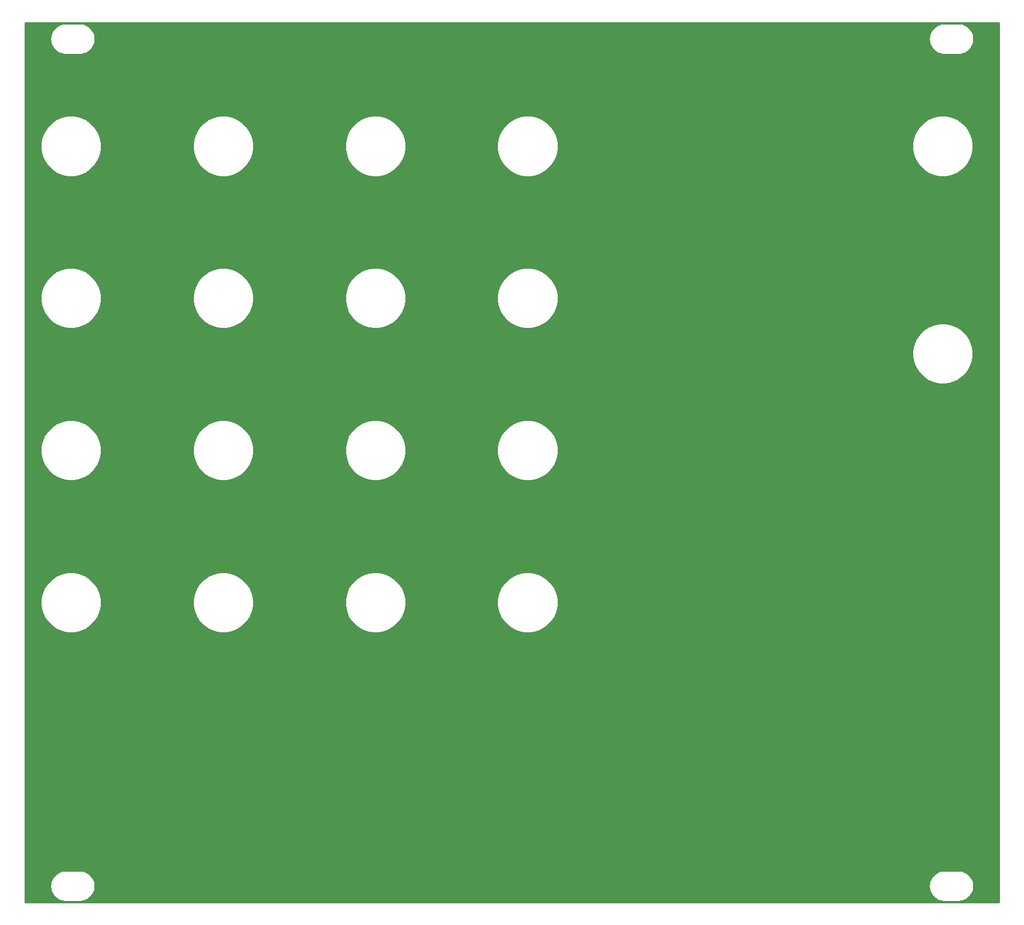
<source format=gbr>
G04 #@! TF.GenerationSoftware,KiCad,Pcbnew,(5.1.5-0)*
G04 #@! TF.CreationDate,2021-01-20T17:00:23-08:00*
G04 #@! TF.ProjectId,bindubba,62696e64-7562-4626-912e-6b696361645f,rev?*
G04 #@! TF.SameCoordinates,Original*
G04 #@! TF.FileFunction,Copper,L2,Bot*
G04 #@! TF.FilePolarity,Positive*
%FSLAX46Y46*%
G04 Gerber Fmt 4.6, Leading zero omitted, Abs format (unit mm)*
G04 Created by KiCad (PCBNEW (5.1.5-0)) date 2021-01-20 17:00:23*
%MOMM*%
%LPD*%
G04 APERTURE LIST*
%ADD10C,6.100000*%
%ADD11C,3.100000*%
%ADD12C,0.254000*%
G04 APERTURE END LIST*
D10*
X133250000Y-109000000D03*
D11*
X18250000Y-84500000D03*
X84250000Y-84500000D03*
X40250000Y-84500000D03*
X62250000Y-84500000D03*
X18250000Y-62500000D03*
X84250000Y-62500000D03*
X40250000Y-62500000D03*
X62250000Y-62500000D03*
X62250000Y-40500000D03*
X84250000Y-40500000D03*
X40250000Y-40500000D03*
X18250000Y-40500000D03*
X84250000Y-18500000D03*
X62250000Y-18500000D03*
X40250000Y-18500000D03*
X18250000Y-18500000D03*
D10*
X133250000Y-85000000D03*
X133250000Y-97000000D03*
X133250000Y-63000000D03*
X133250000Y-33000000D03*
X114750000Y-61000000D03*
X114750000Y-37000000D03*
X114750000Y-49000000D03*
X114750000Y-25000000D03*
X114750000Y-109000000D03*
X114750000Y-73000000D03*
X114750000Y-97000000D03*
X114750000Y-85000000D03*
X96750000Y-109000000D03*
X96750000Y-85000000D03*
X96750000Y-97000000D03*
X96750000Y-73000000D03*
X96750000Y-61000000D03*
X96750000Y-49000000D03*
X96750000Y-37000000D03*
X96750000Y-25000000D03*
X29250000Y-112250000D03*
X51250000Y-112250000D03*
X73250000Y-112250000D03*
X7250000Y-112250000D03*
X73250000Y-102250000D03*
X7250000Y-102250000D03*
X51250000Y-102250000D03*
X29250000Y-102250000D03*
D12*
G36*
X141340001Y-127840000D02*
G01*
X660000Y-127840000D01*
X660000Y-125451353D01*
X4242755Y-125451353D01*
X4243173Y-125511171D01*
X4242755Y-125570988D01*
X4243655Y-125580160D01*
X4276296Y-125890715D01*
X4288320Y-125949291D01*
X4299532Y-126008070D01*
X4302196Y-126016892D01*
X4394535Y-126315192D01*
X4417715Y-126370335D01*
X4440124Y-126425800D01*
X4444451Y-126433937D01*
X4592972Y-126708621D01*
X4626417Y-126758205D01*
X4659177Y-126808268D01*
X4665001Y-126815409D01*
X4864047Y-127056013D01*
X4906482Y-127098154D01*
X4948346Y-127140903D01*
X4955446Y-127146777D01*
X5197435Y-127344138D01*
X5247259Y-127377241D01*
X5296615Y-127411036D01*
X5304721Y-127415419D01*
X5580435Y-127562019D01*
X5635704Y-127584799D01*
X5690724Y-127608381D01*
X5699527Y-127611105D01*
X5998465Y-127701359D01*
X6057138Y-127712976D01*
X6115655Y-127725415D01*
X6124820Y-127726378D01*
X6435594Y-127756850D01*
X6435598Y-127756850D01*
X6467581Y-127760000D01*
X8532419Y-127760000D01*
X8565986Y-127756694D01*
X8586744Y-127756694D01*
X8595909Y-127755731D01*
X8906228Y-127720923D01*
X8964731Y-127708487D01*
X9023419Y-127696867D01*
X9032222Y-127694142D01*
X9329870Y-127599723D01*
X9384792Y-127576183D01*
X9440159Y-127553363D01*
X9448265Y-127548979D01*
X9721904Y-127398544D01*
X9771217Y-127364779D01*
X9821088Y-127331645D01*
X9828188Y-127325770D01*
X10067397Y-127125049D01*
X10109241Y-127082320D01*
X10151694Y-127040162D01*
X10157519Y-127033020D01*
X10353185Y-126789660D01*
X10385938Y-126739608D01*
X10419391Y-126690013D01*
X10423714Y-126681881D01*
X10423717Y-126681877D01*
X10423719Y-126681873D01*
X10568388Y-126405146D01*
X10590785Y-126349711D01*
X10613978Y-126294539D01*
X10616641Y-126285717D01*
X10704807Y-125986156D01*
X10716007Y-125927440D01*
X10728045Y-125868798D01*
X10728944Y-125859627D01*
X10757245Y-125548647D01*
X10756827Y-125488830D01*
X10757088Y-125451353D01*
X131242755Y-125451353D01*
X131243173Y-125511171D01*
X131242755Y-125570988D01*
X131243655Y-125580160D01*
X131276296Y-125890715D01*
X131288320Y-125949291D01*
X131299532Y-126008070D01*
X131302196Y-126016892D01*
X131394535Y-126315192D01*
X131417715Y-126370335D01*
X131440124Y-126425800D01*
X131444451Y-126433937D01*
X131592972Y-126708621D01*
X131626417Y-126758205D01*
X131659177Y-126808268D01*
X131665001Y-126815409D01*
X131864047Y-127056013D01*
X131906482Y-127098154D01*
X131948346Y-127140903D01*
X131955446Y-127146777D01*
X132197435Y-127344138D01*
X132247259Y-127377241D01*
X132296615Y-127411036D01*
X132304721Y-127415419D01*
X132580435Y-127562019D01*
X132635704Y-127584799D01*
X132690724Y-127608381D01*
X132699527Y-127611105D01*
X132998465Y-127701359D01*
X133057138Y-127712976D01*
X133115655Y-127725415D01*
X133124820Y-127726378D01*
X133435594Y-127756850D01*
X133435598Y-127756850D01*
X133467581Y-127760000D01*
X135532419Y-127760000D01*
X135565986Y-127756694D01*
X135586744Y-127756694D01*
X135595909Y-127755731D01*
X135906228Y-127720923D01*
X135964731Y-127708487D01*
X136023419Y-127696867D01*
X136032222Y-127694142D01*
X136329870Y-127599723D01*
X136384792Y-127576183D01*
X136440159Y-127553363D01*
X136448265Y-127548979D01*
X136721904Y-127398544D01*
X136771217Y-127364779D01*
X136821088Y-127331645D01*
X136828188Y-127325770D01*
X137067397Y-127125049D01*
X137109241Y-127082320D01*
X137151694Y-127040162D01*
X137157519Y-127033020D01*
X137353185Y-126789660D01*
X137385938Y-126739608D01*
X137419391Y-126690013D01*
X137423714Y-126681881D01*
X137423717Y-126681877D01*
X137423719Y-126681873D01*
X137568388Y-126405146D01*
X137590785Y-126349711D01*
X137613978Y-126294539D01*
X137616641Y-126285717D01*
X137704807Y-125986156D01*
X137716007Y-125927440D01*
X137728045Y-125868798D01*
X137728944Y-125859627D01*
X137757245Y-125548647D01*
X137756827Y-125488829D01*
X137757245Y-125429012D01*
X137756345Y-125419841D01*
X137723704Y-125109285D01*
X137711680Y-125050709D01*
X137700468Y-124991930D01*
X137697804Y-124983108D01*
X137605465Y-124684808D01*
X137582280Y-124629653D01*
X137559876Y-124574200D01*
X137555549Y-124566064D01*
X137555549Y-124566063D01*
X137555546Y-124566059D01*
X137407028Y-124291379D01*
X137373583Y-124241795D01*
X137340823Y-124191732D01*
X137334999Y-124184591D01*
X137135954Y-123943987D01*
X137093535Y-123901863D01*
X137051655Y-123859097D01*
X137044554Y-123853223D01*
X136802565Y-123655862D01*
X136752741Y-123622759D01*
X136703385Y-123588964D01*
X136695279Y-123584581D01*
X136419566Y-123437981D01*
X136364269Y-123415189D01*
X136309275Y-123391619D01*
X136300472Y-123388895D01*
X136001535Y-123298641D01*
X135942862Y-123287024D01*
X135884345Y-123274585D01*
X135875180Y-123273622D01*
X135564405Y-123243150D01*
X135564402Y-123243150D01*
X135532419Y-123240000D01*
X133467581Y-123240000D01*
X133434014Y-123243306D01*
X133413256Y-123243306D01*
X133404091Y-123244269D01*
X133093771Y-123279077D01*
X133035298Y-123291506D01*
X132976581Y-123303132D01*
X132967778Y-123305858D01*
X132670130Y-123400277D01*
X132615147Y-123423843D01*
X132559841Y-123446638D01*
X132551735Y-123451021D01*
X132278095Y-123601456D01*
X132228748Y-123635245D01*
X132178913Y-123668355D01*
X132171812Y-123674229D01*
X131932603Y-123874951D01*
X131890759Y-123917681D01*
X131848305Y-123959839D01*
X131842481Y-123966980D01*
X131646814Y-124210340D01*
X131614055Y-124260400D01*
X131580609Y-124309986D01*
X131576283Y-124318123D01*
X131431612Y-124594854D01*
X131409215Y-124650289D01*
X131386022Y-124705461D01*
X131383359Y-124714283D01*
X131295193Y-125013844D01*
X131283993Y-125072560D01*
X131271955Y-125131202D01*
X131271056Y-125140373D01*
X131242755Y-125451353D01*
X10757088Y-125451353D01*
X10757245Y-125429012D01*
X10756345Y-125419841D01*
X10723704Y-125109285D01*
X10711680Y-125050709D01*
X10700468Y-124991930D01*
X10697804Y-124983108D01*
X10605465Y-124684808D01*
X10582280Y-124629653D01*
X10559876Y-124574200D01*
X10555549Y-124566064D01*
X10555549Y-124566063D01*
X10555546Y-124566059D01*
X10407028Y-124291379D01*
X10373583Y-124241795D01*
X10340823Y-124191732D01*
X10334999Y-124184591D01*
X10135954Y-123943987D01*
X10093535Y-123901863D01*
X10051655Y-123859097D01*
X10044554Y-123853223D01*
X9802565Y-123655862D01*
X9752741Y-123622759D01*
X9703385Y-123588964D01*
X9695279Y-123584581D01*
X9419566Y-123437981D01*
X9364269Y-123415189D01*
X9309275Y-123391619D01*
X9300472Y-123388895D01*
X9001535Y-123298641D01*
X8942862Y-123287024D01*
X8884345Y-123274585D01*
X8875180Y-123273622D01*
X8564405Y-123243150D01*
X8564402Y-123243150D01*
X8532419Y-123240000D01*
X6467581Y-123240000D01*
X6434014Y-123243306D01*
X6413256Y-123243306D01*
X6404091Y-123244269D01*
X6093771Y-123279077D01*
X6035298Y-123291506D01*
X5976581Y-123303132D01*
X5967778Y-123305858D01*
X5670130Y-123400277D01*
X5615147Y-123423843D01*
X5559841Y-123446638D01*
X5551735Y-123451021D01*
X5278095Y-123601456D01*
X5228748Y-123635245D01*
X5178913Y-123668355D01*
X5171812Y-123674229D01*
X4932603Y-123874951D01*
X4890759Y-123917681D01*
X4848305Y-123959839D01*
X4842481Y-123966980D01*
X4646814Y-124210340D01*
X4614055Y-124260400D01*
X4580609Y-124309986D01*
X4576283Y-124318123D01*
X4431612Y-124594854D01*
X4409215Y-124650289D01*
X4386022Y-124705461D01*
X4383359Y-124714283D01*
X4295193Y-125013844D01*
X4283993Y-125072560D01*
X4271955Y-125131202D01*
X4271056Y-125140373D01*
X4242755Y-125451353D01*
X660000Y-125451353D01*
X660000Y-84065784D01*
X2841332Y-84065784D01*
X2841332Y-84934216D01*
X3010754Y-85785961D01*
X3343089Y-86588288D01*
X3825564Y-87310362D01*
X4439638Y-87924436D01*
X5161712Y-88406911D01*
X5964039Y-88739246D01*
X6815784Y-88908668D01*
X7684216Y-88908668D01*
X8535961Y-88739246D01*
X9338288Y-88406911D01*
X10060362Y-87924436D01*
X10674436Y-87310362D01*
X11156911Y-86588288D01*
X11489246Y-85785961D01*
X11658668Y-84934216D01*
X11658668Y-84065784D01*
X24841332Y-84065784D01*
X24841332Y-84934216D01*
X25010754Y-85785961D01*
X25343089Y-86588288D01*
X25825564Y-87310362D01*
X26439638Y-87924436D01*
X27161712Y-88406911D01*
X27964039Y-88739246D01*
X28815784Y-88908668D01*
X29684216Y-88908668D01*
X30535961Y-88739246D01*
X31338288Y-88406911D01*
X32060362Y-87924436D01*
X32674436Y-87310362D01*
X33156911Y-86588288D01*
X33489246Y-85785961D01*
X33658668Y-84934216D01*
X33658668Y-84065784D01*
X46841332Y-84065784D01*
X46841332Y-84934216D01*
X47010754Y-85785961D01*
X47343089Y-86588288D01*
X47825564Y-87310362D01*
X48439638Y-87924436D01*
X49161712Y-88406911D01*
X49964039Y-88739246D01*
X50815784Y-88908668D01*
X51684216Y-88908668D01*
X52535961Y-88739246D01*
X53338288Y-88406911D01*
X54060362Y-87924436D01*
X54674436Y-87310362D01*
X55156911Y-86588288D01*
X55489246Y-85785961D01*
X55658668Y-84934216D01*
X55658668Y-84065784D01*
X68841332Y-84065784D01*
X68841332Y-84934216D01*
X69010754Y-85785961D01*
X69343089Y-86588288D01*
X69825564Y-87310362D01*
X70439638Y-87924436D01*
X71161712Y-88406911D01*
X71964039Y-88739246D01*
X72815784Y-88908668D01*
X73684216Y-88908668D01*
X74535961Y-88739246D01*
X75338288Y-88406911D01*
X76060362Y-87924436D01*
X76674436Y-87310362D01*
X77156911Y-86588288D01*
X77489246Y-85785961D01*
X77658668Y-84934216D01*
X77658668Y-84065784D01*
X77489246Y-83214039D01*
X77156911Y-82411712D01*
X76674436Y-81689638D01*
X76060362Y-81075564D01*
X75338288Y-80593089D01*
X74535961Y-80260754D01*
X73684216Y-80091332D01*
X72815784Y-80091332D01*
X71964039Y-80260754D01*
X71161712Y-80593089D01*
X70439638Y-81075564D01*
X69825564Y-81689638D01*
X69343089Y-82411712D01*
X69010754Y-83214039D01*
X68841332Y-84065784D01*
X55658668Y-84065784D01*
X55489246Y-83214039D01*
X55156911Y-82411712D01*
X54674436Y-81689638D01*
X54060362Y-81075564D01*
X53338288Y-80593089D01*
X52535961Y-80260754D01*
X51684216Y-80091332D01*
X50815784Y-80091332D01*
X49964039Y-80260754D01*
X49161712Y-80593089D01*
X48439638Y-81075564D01*
X47825564Y-81689638D01*
X47343089Y-82411712D01*
X47010754Y-83214039D01*
X46841332Y-84065784D01*
X33658668Y-84065784D01*
X33489246Y-83214039D01*
X33156911Y-82411712D01*
X32674436Y-81689638D01*
X32060362Y-81075564D01*
X31338288Y-80593089D01*
X30535961Y-80260754D01*
X29684216Y-80091332D01*
X28815784Y-80091332D01*
X27964039Y-80260754D01*
X27161712Y-80593089D01*
X26439638Y-81075564D01*
X25825564Y-81689638D01*
X25343089Y-82411712D01*
X25010754Y-83214039D01*
X24841332Y-84065784D01*
X11658668Y-84065784D01*
X11489246Y-83214039D01*
X11156911Y-82411712D01*
X10674436Y-81689638D01*
X10060362Y-81075564D01*
X9338288Y-80593089D01*
X8535961Y-80260754D01*
X7684216Y-80091332D01*
X6815784Y-80091332D01*
X5964039Y-80260754D01*
X5161712Y-80593089D01*
X4439638Y-81075564D01*
X3825564Y-81689638D01*
X3343089Y-82411712D01*
X3010754Y-83214039D01*
X2841332Y-84065784D01*
X660000Y-84065784D01*
X660000Y-62065784D01*
X2841332Y-62065784D01*
X2841332Y-62934216D01*
X3010754Y-63785961D01*
X3343089Y-64588288D01*
X3825564Y-65310362D01*
X4439638Y-65924436D01*
X5161712Y-66406911D01*
X5964039Y-66739246D01*
X6815784Y-66908668D01*
X7684216Y-66908668D01*
X8535961Y-66739246D01*
X9338288Y-66406911D01*
X10060362Y-65924436D01*
X10674436Y-65310362D01*
X11156911Y-64588288D01*
X11489246Y-63785961D01*
X11658668Y-62934216D01*
X11658668Y-62065784D01*
X24841332Y-62065784D01*
X24841332Y-62934216D01*
X25010754Y-63785961D01*
X25343089Y-64588288D01*
X25825564Y-65310362D01*
X26439638Y-65924436D01*
X27161712Y-66406911D01*
X27964039Y-66739246D01*
X28815784Y-66908668D01*
X29684216Y-66908668D01*
X30535961Y-66739246D01*
X31338288Y-66406911D01*
X32060362Y-65924436D01*
X32674436Y-65310362D01*
X33156911Y-64588288D01*
X33489246Y-63785961D01*
X33658668Y-62934216D01*
X33658668Y-62065784D01*
X46841332Y-62065784D01*
X46841332Y-62934216D01*
X47010754Y-63785961D01*
X47343089Y-64588288D01*
X47825564Y-65310362D01*
X48439638Y-65924436D01*
X49161712Y-66406911D01*
X49964039Y-66739246D01*
X50815784Y-66908668D01*
X51684216Y-66908668D01*
X52535961Y-66739246D01*
X53338288Y-66406911D01*
X54060362Y-65924436D01*
X54674436Y-65310362D01*
X55156911Y-64588288D01*
X55489246Y-63785961D01*
X55658668Y-62934216D01*
X55658668Y-62065784D01*
X68841332Y-62065784D01*
X68841332Y-62934216D01*
X69010754Y-63785961D01*
X69343089Y-64588288D01*
X69825564Y-65310362D01*
X70439638Y-65924436D01*
X71161712Y-66406911D01*
X71964039Y-66739246D01*
X72815784Y-66908668D01*
X73684216Y-66908668D01*
X74535961Y-66739246D01*
X75338288Y-66406911D01*
X76060362Y-65924436D01*
X76674436Y-65310362D01*
X77156911Y-64588288D01*
X77489246Y-63785961D01*
X77658668Y-62934216D01*
X77658668Y-62065784D01*
X77489246Y-61214039D01*
X77156911Y-60411712D01*
X76674436Y-59689638D01*
X76060362Y-59075564D01*
X75338288Y-58593089D01*
X74535961Y-58260754D01*
X73684216Y-58091332D01*
X72815784Y-58091332D01*
X71964039Y-58260754D01*
X71161712Y-58593089D01*
X70439638Y-59075564D01*
X69825564Y-59689638D01*
X69343089Y-60411712D01*
X69010754Y-61214039D01*
X68841332Y-62065784D01*
X55658668Y-62065784D01*
X55489246Y-61214039D01*
X55156911Y-60411712D01*
X54674436Y-59689638D01*
X54060362Y-59075564D01*
X53338288Y-58593089D01*
X52535961Y-58260754D01*
X51684216Y-58091332D01*
X50815784Y-58091332D01*
X49964039Y-58260754D01*
X49161712Y-58593089D01*
X48439638Y-59075564D01*
X47825564Y-59689638D01*
X47343089Y-60411712D01*
X47010754Y-61214039D01*
X46841332Y-62065784D01*
X33658668Y-62065784D01*
X33489246Y-61214039D01*
X33156911Y-60411712D01*
X32674436Y-59689638D01*
X32060362Y-59075564D01*
X31338288Y-58593089D01*
X30535961Y-58260754D01*
X29684216Y-58091332D01*
X28815784Y-58091332D01*
X27964039Y-58260754D01*
X27161712Y-58593089D01*
X26439638Y-59075564D01*
X25825564Y-59689638D01*
X25343089Y-60411712D01*
X25010754Y-61214039D01*
X24841332Y-62065784D01*
X11658668Y-62065784D01*
X11489246Y-61214039D01*
X11156911Y-60411712D01*
X10674436Y-59689638D01*
X10060362Y-59075564D01*
X9338288Y-58593089D01*
X8535961Y-58260754D01*
X7684216Y-58091332D01*
X6815784Y-58091332D01*
X5964039Y-58260754D01*
X5161712Y-58593089D01*
X4439638Y-59075564D01*
X3825564Y-59689638D01*
X3343089Y-60411712D01*
X3010754Y-61214039D01*
X2841332Y-62065784D01*
X660000Y-62065784D01*
X660000Y-48065784D01*
X128841332Y-48065784D01*
X128841332Y-48934216D01*
X129010754Y-49785961D01*
X129343089Y-50588288D01*
X129825564Y-51310362D01*
X130439638Y-51924436D01*
X131161712Y-52406911D01*
X131964039Y-52739246D01*
X132815784Y-52908668D01*
X133684216Y-52908668D01*
X134535961Y-52739246D01*
X135338288Y-52406911D01*
X136060362Y-51924436D01*
X136674436Y-51310362D01*
X137156911Y-50588288D01*
X137489246Y-49785961D01*
X137658668Y-48934216D01*
X137658668Y-48065784D01*
X137489246Y-47214039D01*
X137156911Y-46411712D01*
X136674436Y-45689638D01*
X136060362Y-45075564D01*
X135338288Y-44593089D01*
X134535961Y-44260754D01*
X133684216Y-44091332D01*
X132815784Y-44091332D01*
X131964039Y-44260754D01*
X131161712Y-44593089D01*
X130439638Y-45075564D01*
X129825564Y-45689638D01*
X129343089Y-46411712D01*
X129010754Y-47214039D01*
X128841332Y-48065784D01*
X660000Y-48065784D01*
X660000Y-40065784D01*
X2841332Y-40065784D01*
X2841332Y-40934216D01*
X3010754Y-41785961D01*
X3343089Y-42588288D01*
X3825564Y-43310362D01*
X4439638Y-43924436D01*
X5161712Y-44406911D01*
X5964039Y-44739246D01*
X6815784Y-44908668D01*
X7684216Y-44908668D01*
X8535961Y-44739246D01*
X9338288Y-44406911D01*
X10060362Y-43924436D01*
X10674436Y-43310362D01*
X11156911Y-42588288D01*
X11489246Y-41785961D01*
X11658668Y-40934216D01*
X11658668Y-40065784D01*
X24841332Y-40065784D01*
X24841332Y-40934216D01*
X25010754Y-41785961D01*
X25343089Y-42588288D01*
X25825564Y-43310362D01*
X26439638Y-43924436D01*
X27161712Y-44406911D01*
X27964039Y-44739246D01*
X28815784Y-44908668D01*
X29684216Y-44908668D01*
X30535961Y-44739246D01*
X31338288Y-44406911D01*
X32060362Y-43924436D01*
X32674436Y-43310362D01*
X33156911Y-42588288D01*
X33489246Y-41785961D01*
X33658668Y-40934216D01*
X33658668Y-40065784D01*
X46841332Y-40065784D01*
X46841332Y-40934216D01*
X47010754Y-41785961D01*
X47343089Y-42588288D01*
X47825564Y-43310362D01*
X48439638Y-43924436D01*
X49161712Y-44406911D01*
X49964039Y-44739246D01*
X50815784Y-44908668D01*
X51684216Y-44908668D01*
X52535961Y-44739246D01*
X53338288Y-44406911D01*
X54060362Y-43924436D01*
X54674436Y-43310362D01*
X55156911Y-42588288D01*
X55489246Y-41785961D01*
X55658668Y-40934216D01*
X55658668Y-40065784D01*
X68841332Y-40065784D01*
X68841332Y-40934216D01*
X69010754Y-41785961D01*
X69343089Y-42588288D01*
X69825564Y-43310362D01*
X70439638Y-43924436D01*
X71161712Y-44406911D01*
X71964039Y-44739246D01*
X72815784Y-44908668D01*
X73684216Y-44908668D01*
X74535961Y-44739246D01*
X75338288Y-44406911D01*
X76060362Y-43924436D01*
X76674436Y-43310362D01*
X77156911Y-42588288D01*
X77489246Y-41785961D01*
X77658668Y-40934216D01*
X77658668Y-40065784D01*
X77489246Y-39214039D01*
X77156911Y-38411712D01*
X76674436Y-37689638D01*
X76060362Y-37075564D01*
X75338288Y-36593089D01*
X74535961Y-36260754D01*
X73684216Y-36091332D01*
X72815784Y-36091332D01*
X71964039Y-36260754D01*
X71161712Y-36593089D01*
X70439638Y-37075564D01*
X69825564Y-37689638D01*
X69343089Y-38411712D01*
X69010754Y-39214039D01*
X68841332Y-40065784D01*
X55658668Y-40065784D01*
X55489246Y-39214039D01*
X55156911Y-38411712D01*
X54674436Y-37689638D01*
X54060362Y-37075564D01*
X53338288Y-36593089D01*
X52535961Y-36260754D01*
X51684216Y-36091332D01*
X50815784Y-36091332D01*
X49964039Y-36260754D01*
X49161712Y-36593089D01*
X48439638Y-37075564D01*
X47825564Y-37689638D01*
X47343089Y-38411712D01*
X47010754Y-39214039D01*
X46841332Y-40065784D01*
X33658668Y-40065784D01*
X33489246Y-39214039D01*
X33156911Y-38411712D01*
X32674436Y-37689638D01*
X32060362Y-37075564D01*
X31338288Y-36593089D01*
X30535961Y-36260754D01*
X29684216Y-36091332D01*
X28815784Y-36091332D01*
X27964039Y-36260754D01*
X27161712Y-36593089D01*
X26439638Y-37075564D01*
X25825564Y-37689638D01*
X25343089Y-38411712D01*
X25010754Y-39214039D01*
X24841332Y-40065784D01*
X11658668Y-40065784D01*
X11489246Y-39214039D01*
X11156911Y-38411712D01*
X10674436Y-37689638D01*
X10060362Y-37075564D01*
X9338288Y-36593089D01*
X8535961Y-36260754D01*
X7684216Y-36091332D01*
X6815784Y-36091332D01*
X5964039Y-36260754D01*
X5161712Y-36593089D01*
X4439638Y-37075564D01*
X3825564Y-37689638D01*
X3343089Y-38411712D01*
X3010754Y-39214039D01*
X2841332Y-40065784D01*
X660000Y-40065784D01*
X660000Y-18065784D01*
X2841332Y-18065784D01*
X2841332Y-18934216D01*
X3010754Y-19785961D01*
X3343089Y-20588288D01*
X3825564Y-21310362D01*
X4439638Y-21924436D01*
X5161712Y-22406911D01*
X5964039Y-22739246D01*
X6815784Y-22908668D01*
X7684216Y-22908668D01*
X8535961Y-22739246D01*
X9338288Y-22406911D01*
X10060362Y-21924436D01*
X10674436Y-21310362D01*
X11156911Y-20588288D01*
X11489246Y-19785961D01*
X11658668Y-18934216D01*
X11658668Y-18065784D01*
X24841332Y-18065784D01*
X24841332Y-18934216D01*
X25010754Y-19785961D01*
X25343089Y-20588288D01*
X25825564Y-21310362D01*
X26439638Y-21924436D01*
X27161712Y-22406911D01*
X27964039Y-22739246D01*
X28815784Y-22908668D01*
X29684216Y-22908668D01*
X30535961Y-22739246D01*
X31338288Y-22406911D01*
X32060362Y-21924436D01*
X32674436Y-21310362D01*
X33156911Y-20588288D01*
X33489246Y-19785961D01*
X33658668Y-18934216D01*
X33658668Y-18065784D01*
X46841332Y-18065784D01*
X46841332Y-18934216D01*
X47010754Y-19785961D01*
X47343089Y-20588288D01*
X47825564Y-21310362D01*
X48439638Y-21924436D01*
X49161712Y-22406911D01*
X49964039Y-22739246D01*
X50815784Y-22908668D01*
X51684216Y-22908668D01*
X52535961Y-22739246D01*
X53338288Y-22406911D01*
X54060362Y-21924436D01*
X54674436Y-21310362D01*
X55156911Y-20588288D01*
X55489246Y-19785961D01*
X55658668Y-18934216D01*
X55658668Y-18065784D01*
X68841332Y-18065784D01*
X68841332Y-18934216D01*
X69010754Y-19785961D01*
X69343089Y-20588288D01*
X69825564Y-21310362D01*
X70439638Y-21924436D01*
X71161712Y-22406911D01*
X71964039Y-22739246D01*
X72815784Y-22908668D01*
X73684216Y-22908668D01*
X74535961Y-22739246D01*
X75338288Y-22406911D01*
X76060362Y-21924436D01*
X76674436Y-21310362D01*
X77156911Y-20588288D01*
X77489246Y-19785961D01*
X77658668Y-18934216D01*
X77658668Y-18065784D01*
X128841332Y-18065784D01*
X128841332Y-18934216D01*
X129010754Y-19785961D01*
X129343089Y-20588288D01*
X129825564Y-21310362D01*
X130439638Y-21924436D01*
X131161712Y-22406911D01*
X131964039Y-22739246D01*
X132815784Y-22908668D01*
X133684216Y-22908668D01*
X134535961Y-22739246D01*
X135338288Y-22406911D01*
X136060362Y-21924436D01*
X136674436Y-21310362D01*
X137156911Y-20588288D01*
X137489246Y-19785961D01*
X137658668Y-18934216D01*
X137658668Y-18065784D01*
X137489246Y-17214039D01*
X137156911Y-16411712D01*
X136674436Y-15689638D01*
X136060362Y-15075564D01*
X135338288Y-14593089D01*
X134535961Y-14260754D01*
X133684216Y-14091332D01*
X132815784Y-14091332D01*
X131964039Y-14260754D01*
X131161712Y-14593089D01*
X130439638Y-15075564D01*
X129825564Y-15689638D01*
X129343089Y-16411712D01*
X129010754Y-17214039D01*
X128841332Y-18065784D01*
X77658668Y-18065784D01*
X77489246Y-17214039D01*
X77156911Y-16411712D01*
X76674436Y-15689638D01*
X76060362Y-15075564D01*
X75338288Y-14593089D01*
X74535961Y-14260754D01*
X73684216Y-14091332D01*
X72815784Y-14091332D01*
X71964039Y-14260754D01*
X71161712Y-14593089D01*
X70439638Y-15075564D01*
X69825564Y-15689638D01*
X69343089Y-16411712D01*
X69010754Y-17214039D01*
X68841332Y-18065784D01*
X55658668Y-18065784D01*
X55489246Y-17214039D01*
X55156911Y-16411712D01*
X54674436Y-15689638D01*
X54060362Y-15075564D01*
X53338288Y-14593089D01*
X52535961Y-14260754D01*
X51684216Y-14091332D01*
X50815784Y-14091332D01*
X49964039Y-14260754D01*
X49161712Y-14593089D01*
X48439638Y-15075564D01*
X47825564Y-15689638D01*
X47343089Y-16411712D01*
X47010754Y-17214039D01*
X46841332Y-18065784D01*
X33658668Y-18065784D01*
X33489246Y-17214039D01*
X33156911Y-16411712D01*
X32674436Y-15689638D01*
X32060362Y-15075564D01*
X31338288Y-14593089D01*
X30535961Y-14260754D01*
X29684216Y-14091332D01*
X28815784Y-14091332D01*
X27964039Y-14260754D01*
X27161712Y-14593089D01*
X26439638Y-15075564D01*
X25825564Y-15689638D01*
X25343089Y-16411712D01*
X25010754Y-17214039D01*
X24841332Y-18065784D01*
X11658668Y-18065784D01*
X11489246Y-17214039D01*
X11156911Y-16411712D01*
X10674436Y-15689638D01*
X10060362Y-15075564D01*
X9338288Y-14593089D01*
X8535961Y-14260754D01*
X7684216Y-14091332D01*
X6815784Y-14091332D01*
X5964039Y-14260754D01*
X5161712Y-14593089D01*
X4439638Y-15075564D01*
X3825564Y-15689638D01*
X3343089Y-16411712D01*
X3010754Y-17214039D01*
X2841332Y-18065784D01*
X660000Y-18065784D01*
X660000Y-2951353D01*
X4242755Y-2951353D01*
X4243173Y-3011171D01*
X4242755Y-3070988D01*
X4243655Y-3080160D01*
X4276296Y-3390715D01*
X4288320Y-3449291D01*
X4299532Y-3508070D01*
X4302196Y-3516892D01*
X4394535Y-3815192D01*
X4417715Y-3870335D01*
X4440124Y-3925800D01*
X4444451Y-3933937D01*
X4592972Y-4208621D01*
X4626417Y-4258205D01*
X4659177Y-4308268D01*
X4665001Y-4315409D01*
X4864047Y-4556013D01*
X4906482Y-4598154D01*
X4948346Y-4640903D01*
X4955446Y-4646777D01*
X5197435Y-4844138D01*
X5247259Y-4877241D01*
X5296615Y-4911036D01*
X5304721Y-4915419D01*
X5580435Y-5062019D01*
X5635704Y-5084799D01*
X5690724Y-5108381D01*
X5699527Y-5111105D01*
X5998465Y-5201359D01*
X6057138Y-5212976D01*
X6115655Y-5225415D01*
X6124820Y-5226378D01*
X6435594Y-5256850D01*
X6435598Y-5256850D01*
X6467581Y-5260000D01*
X8532419Y-5260000D01*
X8565986Y-5256694D01*
X8586744Y-5256694D01*
X8595909Y-5255731D01*
X8906228Y-5220923D01*
X8964731Y-5208487D01*
X9023419Y-5196867D01*
X9032222Y-5194142D01*
X9329870Y-5099723D01*
X9384792Y-5076183D01*
X9440159Y-5053363D01*
X9448265Y-5048979D01*
X9721904Y-4898544D01*
X9771217Y-4864779D01*
X9821088Y-4831645D01*
X9828188Y-4825770D01*
X10067397Y-4625049D01*
X10109241Y-4582320D01*
X10151694Y-4540162D01*
X10157519Y-4533020D01*
X10353185Y-4289660D01*
X10385938Y-4239608D01*
X10419391Y-4190013D01*
X10423714Y-4181881D01*
X10423717Y-4181877D01*
X10423719Y-4181873D01*
X10568388Y-3905146D01*
X10590785Y-3849711D01*
X10613978Y-3794539D01*
X10616641Y-3785717D01*
X10704807Y-3486156D01*
X10716007Y-3427440D01*
X10728045Y-3368798D01*
X10728944Y-3359627D01*
X10757245Y-3048647D01*
X10756827Y-2988830D01*
X10757088Y-2951353D01*
X131242755Y-2951353D01*
X131243173Y-3011171D01*
X131242755Y-3070988D01*
X131243655Y-3080160D01*
X131276296Y-3390715D01*
X131288320Y-3449291D01*
X131299532Y-3508070D01*
X131302196Y-3516892D01*
X131394535Y-3815192D01*
X131417715Y-3870335D01*
X131440124Y-3925800D01*
X131444451Y-3933937D01*
X131592972Y-4208621D01*
X131626417Y-4258205D01*
X131659177Y-4308268D01*
X131665001Y-4315409D01*
X131864047Y-4556013D01*
X131906482Y-4598154D01*
X131948346Y-4640903D01*
X131955446Y-4646777D01*
X132197435Y-4844138D01*
X132247259Y-4877241D01*
X132296615Y-4911036D01*
X132304721Y-4915419D01*
X132580435Y-5062019D01*
X132635704Y-5084799D01*
X132690724Y-5108381D01*
X132699527Y-5111105D01*
X132998465Y-5201359D01*
X133057138Y-5212976D01*
X133115655Y-5225415D01*
X133124820Y-5226378D01*
X133435594Y-5256850D01*
X133435598Y-5256850D01*
X133467581Y-5260000D01*
X135532419Y-5260000D01*
X135565986Y-5256694D01*
X135586744Y-5256694D01*
X135595909Y-5255731D01*
X135906228Y-5220923D01*
X135964731Y-5208487D01*
X136023419Y-5196867D01*
X136032222Y-5194142D01*
X136329870Y-5099723D01*
X136384792Y-5076183D01*
X136440159Y-5053363D01*
X136448265Y-5048979D01*
X136721904Y-4898544D01*
X136771217Y-4864779D01*
X136821088Y-4831645D01*
X136828188Y-4825770D01*
X137067397Y-4625049D01*
X137109241Y-4582320D01*
X137151694Y-4540162D01*
X137157519Y-4533020D01*
X137353185Y-4289660D01*
X137385938Y-4239608D01*
X137419391Y-4190013D01*
X137423714Y-4181881D01*
X137423717Y-4181877D01*
X137423719Y-4181873D01*
X137568388Y-3905146D01*
X137590785Y-3849711D01*
X137613978Y-3794539D01*
X137616641Y-3785717D01*
X137704807Y-3486156D01*
X137716007Y-3427440D01*
X137728045Y-3368798D01*
X137728944Y-3359627D01*
X137757245Y-3048647D01*
X137756827Y-2988830D01*
X137757245Y-2929012D01*
X137756345Y-2919841D01*
X137723704Y-2609285D01*
X137711680Y-2550709D01*
X137700468Y-2491930D01*
X137697804Y-2483108D01*
X137605465Y-2184808D01*
X137582280Y-2129653D01*
X137559876Y-2074200D01*
X137555549Y-2066064D01*
X137555549Y-2066063D01*
X137555546Y-2066059D01*
X137407028Y-1791379D01*
X137373583Y-1741795D01*
X137340823Y-1691732D01*
X137334999Y-1684591D01*
X137135954Y-1443987D01*
X137093535Y-1401863D01*
X137051655Y-1359097D01*
X137044554Y-1353223D01*
X136802565Y-1155862D01*
X136752741Y-1122759D01*
X136703385Y-1088964D01*
X136695279Y-1084581D01*
X136419566Y-937981D01*
X136364269Y-915189D01*
X136309275Y-891619D01*
X136300472Y-888895D01*
X136001535Y-798641D01*
X135942862Y-787024D01*
X135884345Y-774585D01*
X135875180Y-773622D01*
X135564405Y-743150D01*
X135564402Y-743150D01*
X135532419Y-740000D01*
X133467581Y-740000D01*
X133434014Y-743306D01*
X133413256Y-743306D01*
X133404091Y-744269D01*
X133093771Y-779077D01*
X133035298Y-791506D01*
X132976581Y-803132D01*
X132967778Y-805858D01*
X132670130Y-900277D01*
X132615147Y-923843D01*
X132559841Y-946638D01*
X132551735Y-951021D01*
X132278095Y-1101456D01*
X132228748Y-1135245D01*
X132178913Y-1168355D01*
X132171812Y-1174229D01*
X131932603Y-1374951D01*
X131890759Y-1417681D01*
X131848305Y-1459839D01*
X131842481Y-1466980D01*
X131646814Y-1710340D01*
X131614055Y-1760400D01*
X131580609Y-1809986D01*
X131576283Y-1818123D01*
X131431612Y-2094854D01*
X131409215Y-2150289D01*
X131386022Y-2205461D01*
X131383359Y-2214283D01*
X131295193Y-2513844D01*
X131283993Y-2572560D01*
X131271955Y-2631202D01*
X131271056Y-2640373D01*
X131242755Y-2951353D01*
X10757088Y-2951353D01*
X10757245Y-2929012D01*
X10756345Y-2919841D01*
X10723704Y-2609285D01*
X10711680Y-2550709D01*
X10700468Y-2491930D01*
X10697804Y-2483108D01*
X10605465Y-2184808D01*
X10582280Y-2129653D01*
X10559876Y-2074200D01*
X10555549Y-2066064D01*
X10555549Y-2066063D01*
X10555546Y-2066059D01*
X10407028Y-1791379D01*
X10373583Y-1741795D01*
X10340823Y-1691732D01*
X10334999Y-1684591D01*
X10135954Y-1443987D01*
X10093535Y-1401863D01*
X10051655Y-1359097D01*
X10044554Y-1353223D01*
X9802565Y-1155862D01*
X9752741Y-1122759D01*
X9703385Y-1088964D01*
X9695279Y-1084581D01*
X9419566Y-937981D01*
X9364269Y-915189D01*
X9309275Y-891619D01*
X9300472Y-888895D01*
X9001535Y-798641D01*
X8942862Y-787024D01*
X8884345Y-774585D01*
X8875180Y-773622D01*
X8564405Y-743150D01*
X8564402Y-743150D01*
X8532419Y-740000D01*
X6467581Y-740000D01*
X6434014Y-743306D01*
X6413256Y-743306D01*
X6404091Y-744269D01*
X6093771Y-779077D01*
X6035298Y-791506D01*
X5976581Y-803132D01*
X5967778Y-805858D01*
X5670130Y-900277D01*
X5615147Y-923843D01*
X5559841Y-946638D01*
X5551735Y-951021D01*
X5278095Y-1101456D01*
X5228748Y-1135245D01*
X5178913Y-1168355D01*
X5171812Y-1174229D01*
X4932603Y-1374951D01*
X4890759Y-1417681D01*
X4848305Y-1459839D01*
X4842481Y-1466980D01*
X4646814Y-1710340D01*
X4614055Y-1760400D01*
X4580609Y-1809986D01*
X4576283Y-1818123D01*
X4431612Y-2094854D01*
X4409215Y-2150289D01*
X4386022Y-2205461D01*
X4383359Y-2214283D01*
X4295193Y-2513844D01*
X4283993Y-2572560D01*
X4271955Y-2631202D01*
X4271056Y-2640373D01*
X4242755Y-2951353D01*
X660000Y-2951353D01*
X660000Y-660000D01*
X141340000Y-660000D01*
X141340001Y-127840000D01*
G37*
X141340001Y-127840000D02*
X660000Y-127840000D01*
X660000Y-125451353D01*
X4242755Y-125451353D01*
X4243173Y-125511171D01*
X4242755Y-125570988D01*
X4243655Y-125580160D01*
X4276296Y-125890715D01*
X4288320Y-125949291D01*
X4299532Y-126008070D01*
X4302196Y-126016892D01*
X4394535Y-126315192D01*
X4417715Y-126370335D01*
X4440124Y-126425800D01*
X4444451Y-126433937D01*
X4592972Y-126708621D01*
X4626417Y-126758205D01*
X4659177Y-126808268D01*
X4665001Y-126815409D01*
X4864047Y-127056013D01*
X4906482Y-127098154D01*
X4948346Y-127140903D01*
X4955446Y-127146777D01*
X5197435Y-127344138D01*
X5247259Y-127377241D01*
X5296615Y-127411036D01*
X5304721Y-127415419D01*
X5580435Y-127562019D01*
X5635704Y-127584799D01*
X5690724Y-127608381D01*
X5699527Y-127611105D01*
X5998465Y-127701359D01*
X6057138Y-127712976D01*
X6115655Y-127725415D01*
X6124820Y-127726378D01*
X6435594Y-127756850D01*
X6435598Y-127756850D01*
X6467581Y-127760000D01*
X8532419Y-127760000D01*
X8565986Y-127756694D01*
X8586744Y-127756694D01*
X8595909Y-127755731D01*
X8906228Y-127720923D01*
X8964731Y-127708487D01*
X9023419Y-127696867D01*
X9032222Y-127694142D01*
X9329870Y-127599723D01*
X9384792Y-127576183D01*
X9440159Y-127553363D01*
X9448265Y-127548979D01*
X9721904Y-127398544D01*
X9771217Y-127364779D01*
X9821088Y-127331645D01*
X9828188Y-127325770D01*
X10067397Y-127125049D01*
X10109241Y-127082320D01*
X10151694Y-127040162D01*
X10157519Y-127033020D01*
X10353185Y-126789660D01*
X10385938Y-126739608D01*
X10419391Y-126690013D01*
X10423714Y-126681881D01*
X10423717Y-126681877D01*
X10423719Y-126681873D01*
X10568388Y-126405146D01*
X10590785Y-126349711D01*
X10613978Y-126294539D01*
X10616641Y-126285717D01*
X10704807Y-125986156D01*
X10716007Y-125927440D01*
X10728045Y-125868798D01*
X10728944Y-125859627D01*
X10757245Y-125548647D01*
X10756827Y-125488830D01*
X10757088Y-125451353D01*
X131242755Y-125451353D01*
X131243173Y-125511171D01*
X131242755Y-125570988D01*
X131243655Y-125580160D01*
X131276296Y-125890715D01*
X131288320Y-125949291D01*
X131299532Y-126008070D01*
X131302196Y-126016892D01*
X131394535Y-126315192D01*
X131417715Y-126370335D01*
X131440124Y-126425800D01*
X131444451Y-126433937D01*
X131592972Y-126708621D01*
X131626417Y-126758205D01*
X131659177Y-126808268D01*
X131665001Y-126815409D01*
X131864047Y-127056013D01*
X131906482Y-127098154D01*
X131948346Y-127140903D01*
X131955446Y-127146777D01*
X132197435Y-127344138D01*
X132247259Y-127377241D01*
X132296615Y-127411036D01*
X132304721Y-127415419D01*
X132580435Y-127562019D01*
X132635704Y-127584799D01*
X132690724Y-127608381D01*
X132699527Y-127611105D01*
X132998465Y-127701359D01*
X133057138Y-127712976D01*
X133115655Y-127725415D01*
X133124820Y-127726378D01*
X133435594Y-127756850D01*
X133435598Y-127756850D01*
X133467581Y-127760000D01*
X135532419Y-127760000D01*
X135565986Y-127756694D01*
X135586744Y-127756694D01*
X135595909Y-127755731D01*
X135906228Y-127720923D01*
X135964731Y-127708487D01*
X136023419Y-127696867D01*
X136032222Y-127694142D01*
X136329870Y-127599723D01*
X136384792Y-127576183D01*
X136440159Y-127553363D01*
X136448265Y-127548979D01*
X136721904Y-127398544D01*
X136771217Y-127364779D01*
X136821088Y-127331645D01*
X136828188Y-127325770D01*
X137067397Y-127125049D01*
X137109241Y-127082320D01*
X137151694Y-127040162D01*
X137157519Y-127033020D01*
X137353185Y-126789660D01*
X137385938Y-126739608D01*
X137419391Y-126690013D01*
X137423714Y-126681881D01*
X137423717Y-126681877D01*
X137423719Y-126681873D01*
X137568388Y-126405146D01*
X137590785Y-126349711D01*
X137613978Y-126294539D01*
X137616641Y-126285717D01*
X137704807Y-125986156D01*
X137716007Y-125927440D01*
X137728045Y-125868798D01*
X137728944Y-125859627D01*
X137757245Y-125548647D01*
X137756827Y-125488829D01*
X137757245Y-125429012D01*
X137756345Y-125419841D01*
X137723704Y-125109285D01*
X137711680Y-125050709D01*
X137700468Y-124991930D01*
X137697804Y-124983108D01*
X137605465Y-124684808D01*
X137582280Y-124629653D01*
X137559876Y-124574200D01*
X137555549Y-124566064D01*
X137555549Y-124566063D01*
X137555546Y-124566059D01*
X137407028Y-124291379D01*
X137373583Y-124241795D01*
X137340823Y-124191732D01*
X137334999Y-124184591D01*
X137135954Y-123943987D01*
X137093535Y-123901863D01*
X137051655Y-123859097D01*
X137044554Y-123853223D01*
X136802565Y-123655862D01*
X136752741Y-123622759D01*
X136703385Y-123588964D01*
X136695279Y-123584581D01*
X136419566Y-123437981D01*
X136364269Y-123415189D01*
X136309275Y-123391619D01*
X136300472Y-123388895D01*
X136001535Y-123298641D01*
X135942862Y-123287024D01*
X135884345Y-123274585D01*
X135875180Y-123273622D01*
X135564405Y-123243150D01*
X135564402Y-123243150D01*
X135532419Y-123240000D01*
X133467581Y-123240000D01*
X133434014Y-123243306D01*
X133413256Y-123243306D01*
X133404091Y-123244269D01*
X133093771Y-123279077D01*
X133035298Y-123291506D01*
X132976581Y-123303132D01*
X132967778Y-123305858D01*
X132670130Y-123400277D01*
X132615147Y-123423843D01*
X132559841Y-123446638D01*
X132551735Y-123451021D01*
X132278095Y-123601456D01*
X132228748Y-123635245D01*
X132178913Y-123668355D01*
X132171812Y-123674229D01*
X131932603Y-123874951D01*
X131890759Y-123917681D01*
X131848305Y-123959839D01*
X131842481Y-123966980D01*
X131646814Y-124210340D01*
X131614055Y-124260400D01*
X131580609Y-124309986D01*
X131576283Y-124318123D01*
X131431612Y-124594854D01*
X131409215Y-124650289D01*
X131386022Y-124705461D01*
X131383359Y-124714283D01*
X131295193Y-125013844D01*
X131283993Y-125072560D01*
X131271955Y-125131202D01*
X131271056Y-125140373D01*
X131242755Y-125451353D01*
X10757088Y-125451353D01*
X10757245Y-125429012D01*
X10756345Y-125419841D01*
X10723704Y-125109285D01*
X10711680Y-125050709D01*
X10700468Y-124991930D01*
X10697804Y-124983108D01*
X10605465Y-124684808D01*
X10582280Y-124629653D01*
X10559876Y-124574200D01*
X10555549Y-124566064D01*
X10555549Y-124566063D01*
X10555546Y-124566059D01*
X10407028Y-124291379D01*
X10373583Y-124241795D01*
X10340823Y-124191732D01*
X10334999Y-124184591D01*
X10135954Y-123943987D01*
X10093535Y-123901863D01*
X10051655Y-123859097D01*
X10044554Y-123853223D01*
X9802565Y-123655862D01*
X9752741Y-123622759D01*
X9703385Y-123588964D01*
X9695279Y-123584581D01*
X9419566Y-123437981D01*
X9364269Y-123415189D01*
X9309275Y-123391619D01*
X9300472Y-123388895D01*
X9001535Y-123298641D01*
X8942862Y-123287024D01*
X8884345Y-123274585D01*
X8875180Y-123273622D01*
X8564405Y-123243150D01*
X8564402Y-123243150D01*
X8532419Y-123240000D01*
X6467581Y-123240000D01*
X6434014Y-123243306D01*
X6413256Y-123243306D01*
X6404091Y-123244269D01*
X6093771Y-123279077D01*
X6035298Y-123291506D01*
X5976581Y-123303132D01*
X5967778Y-123305858D01*
X5670130Y-123400277D01*
X5615147Y-123423843D01*
X5559841Y-123446638D01*
X5551735Y-123451021D01*
X5278095Y-123601456D01*
X5228748Y-123635245D01*
X5178913Y-123668355D01*
X5171812Y-123674229D01*
X4932603Y-123874951D01*
X4890759Y-123917681D01*
X4848305Y-123959839D01*
X4842481Y-123966980D01*
X4646814Y-124210340D01*
X4614055Y-124260400D01*
X4580609Y-124309986D01*
X4576283Y-124318123D01*
X4431612Y-124594854D01*
X4409215Y-124650289D01*
X4386022Y-124705461D01*
X4383359Y-124714283D01*
X4295193Y-125013844D01*
X4283993Y-125072560D01*
X4271955Y-125131202D01*
X4271056Y-125140373D01*
X4242755Y-125451353D01*
X660000Y-125451353D01*
X660000Y-84065784D01*
X2841332Y-84065784D01*
X2841332Y-84934216D01*
X3010754Y-85785961D01*
X3343089Y-86588288D01*
X3825564Y-87310362D01*
X4439638Y-87924436D01*
X5161712Y-88406911D01*
X5964039Y-88739246D01*
X6815784Y-88908668D01*
X7684216Y-88908668D01*
X8535961Y-88739246D01*
X9338288Y-88406911D01*
X10060362Y-87924436D01*
X10674436Y-87310362D01*
X11156911Y-86588288D01*
X11489246Y-85785961D01*
X11658668Y-84934216D01*
X11658668Y-84065784D01*
X24841332Y-84065784D01*
X24841332Y-84934216D01*
X25010754Y-85785961D01*
X25343089Y-86588288D01*
X25825564Y-87310362D01*
X26439638Y-87924436D01*
X27161712Y-88406911D01*
X27964039Y-88739246D01*
X28815784Y-88908668D01*
X29684216Y-88908668D01*
X30535961Y-88739246D01*
X31338288Y-88406911D01*
X32060362Y-87924436D01*
X32674436Y-87310362D01*
X33156911Y-86588288D01*
X33489246Y-85785961D01*
X33658668Y-84934216D01*
X33658668Y-84065784D01*
X46841332Y-84065784D01*
X46841332Y-84934216D01*
X47010754Y-85785961D01*
X47343089Y-86588288D01*
X47825564Y-87310362D01*
X48439638Y-87924436D01*
X49161712Y-88406911D01*
X49964039Y-88739246D01*
X50815784Y-88908668D01*
X51684216Y-88908668D01*
X52535961Y-88739246D01*
X53338288Y-88406911D01*
X54060362Y-87924436D01*
X54674436Y-87310362D01*
X55156911Y-86588288D01*
X55489246Y-85785961D01*
X55658668Y-84934216D01*
X55658668Y-84065784D01*
X68841332Y-84065784D01*
X68841332Y-84934216D01*
X69010754Y-85785961D01*
X69343089Y-86588288D01*
X69825564Y-87310362D01*
X70439638Y-87924436D01*
X71161712Y-88406911D01*
X71964039Y-88739246D01*
X72815784Y-88908668D01*
X73684216Y-88908668D01*
X74535961Y-88739246D01*
X75338288Y-88406911D01*
X76060362Y-87924436D01*
X76674436Y-87310362D01*
X77156911Y-86588288D01*
X77489246Y-85785961D01*
X77658668Y-84934216D01*
X77658668Y-84065784D01*
X77489246Y-83214039D01*
X77156911Y-82411712D01*
X76674436Y-81689638D01*
X76060362Y-81075564D01*
X75338288Y-80593089D01*
X74535961Y-80260754D01*
X73684216Y-80091332D01*
X72815784Y-80091332D01*
X71964039Y-80260754D01*
X71161712Y-80593089D01*
X70439638Y-81075564D01*
X69825564Y-81689638D01*
X69343089Y-82411712D01*
X69010754Y-83214039D01*
X68841332Y-84065784D01*
X55658668Y-84065784D01*
X55489246Y-83214039D01*
X55156911Y-82411712D01*
X54674436Y-81689638D01*
X54060362Y-81075564D01*
X53338288Y-80593089D01*
X52535961Y-80260754D01*
X51684216Y-80091332D01*
X50815784Y-80091332D01*
X49964039Y-80260754D01*
X49161712Y-80593089D01*
X48439638Y-81075564D01*
X47825564Y-81689638D01*
X47343089Y-82411712D01*
X47010754Y-83214039D01*
X46841332Y-84065784D01*
X33658668Y-84065784D01*
X33489246Y-83214039D01*
X33156911Y-82411712D01*
X32674436Y-81689638D01*
X32060362Y-81075564D01*
X31338288Y-80593089D01*
X30535961Y-80260754D01*
X29684216Y-80091332D01*
X28815784Y-80091332D01*
X27964039Y-80260754D01*
X27161712Y-80593089D01*
X26439638Y-81075564D01*
X25825564Y-81689638D01*
X25343089Y-82411712D01*
X25010754Y-83214039D01*
X24841332Y-84065784D01*
X11658668Y-84065784D01*
X11489246Y-83214039D01*
X11156911Y-82411712D01*
X10674436Y-81689638D01*
X10060362Y-81075564D01*
X9338288Y-80593089D01*
X8535961Y-80260754D01*
X7684216Y-80091332D01*
X6815784Y-80091332D01*
X5964039Y-80260754D01*
X5161712Y-80593089D01*
X4439638Y-81075564D01*
X3825564Y-81689638D01*
X3343089Y-82411712D01*
X3010754Y-83214039D01*
X2841332Y-84065784D01*
X660000Y-84065784D01*
X660000Y-62065784D01*
X2841332Y-62065784D01*
X2841332Y-62934216D01*
X3010754Y-63785961D01*
X3343089Y-64588288D01*
X3825564Y-65310362D01*
X4439638Y-65924436D01*
X5161712Y-66406911D01*
X5964039Y-66739246D01*
X6815784Y-66908668D01*
X7684216Y-66908668D01*
X8535961Y-66739246D01*
X9338288Y-66406911D01*
X10060362Y-65924436D01*
X10674436Y-65310362D01*
X11156911Y-64588288D01*
X11489246Y-63785961D01*
X11658668Y-62934216D01*
X11658668Y-62065784D01*
X24841332Y-62065784D01*
X24841332Y-62934216D01*
X25010754Y-63785961D01*
X25343089Y-64588288D01*
X25825564Y-65310362D01*
X26439638Y-65924436D01*
X27161712Y-66406911D01*
X27964039Y-66739246D01*
X28815784Y-66908668D01*
X29684216Y-66908668D01*
X30535961Y-66739246D01*
X31338288Y-66406911D01*
X32060362Y-65924436D01*
X32674436Y-65310362D01*
X33156911Y-64588288D01*
X33489246Y-63785961D01*
X33658668Y-62934216D01*
X33658668Y-62065784D01*
X46841332Y-62065784D01*
X46841332Y-62934216D01*
X47010754Y-63785961D01*
X47343089Y-64588288D01*
X47825564Y-65310362D01*
X48439638Y-65924436D01*
X49161712Y-66406911D01*
X49964039Y-66739246D01*
X50815784Y-66908668D01*
X51684216Y-66908668D01*
X52535961Y-66739246D01*
X53338288Y-66406911D01*
X54060362Y-65924436D01*
X54674436Y-65310362D01*
X55156911Y-64588288D01*
X55489246Y-63785961D01*
X55658668Y-62934216D01*
X55658668Y-62065784D01*
X68841332Y-62065784D01*
X68841332Y-62934216D01*
X69010754Y-63785961D01*
X69343089Y-64588288D01*
X69825564Y-65310362D01*
X70439638Y-65924436D01*
X71161712Y-66406911D01*
X71964039Y-66739246D01*
X72815784Y-66908668D01*
X73684216Y-66908668D01*
X74535961Y-66739246D01*
X75338288Y-66406911D01*
X76060362Y-65924436D01*
X76674436Y-65310362D01*
X77156911Y-64588288D01*
X77489246Y-63785961D01*
X77658668Y-62934216D01*
X77658668Y-62065784D01*
X77489246Y-61214039D01*
X77156911Y-60411712D01*
X76674436Y-59689638D01*
X76060362Y-59075564D01*
X75338288Y-58593089D01*
X74535961Y-58260754D01*
X73684216Y-58091332D01*
X72815784Y-58091332D01*
X71964039Y-58260754D01*
X71161712Y-58593089D01*
X70439638Y-59075564D01*
X69825564Y-59689638D01*
X69343089Y-60411712D01*
X69010754Y-61214039D01*
X68841332Y-62065784D01*
X55658668Y-62065784D01*
X55489246Y-61214039D01*
X55156911Y-60411712D01*
X54674436Y-59689638D01*
X54060362Y-59075564D01*
X53338288Y-58593089D01*
X52535961Y-58260754D01*
X51684216Y-58091332D01*
X50815784Y-58091332D01*
X49964039Y-58260754D01*
X49161712Y-58593089D01*
X48439638Y-59075564D01*
X47825564Y-59689638D01*
X47343089Y-60411712D01*
X47010754Y-61214039D01*
X46841332Y-62065784D01*
X33658668Y-62065784D01*
X33489246Y-61214039D01*
X33156911Y-60411712D01*
X32674436Y-59689638D01*
X32060362Y-59075564D01*
X31338288Y-58593089D01*
X30535961Y-58260754D01*
X29684216Y-58091332D01*
X28815784Y-58091332D01*
X27964039Y-58260754D01*
X27161712Y-58593089D01*
X26439638Y-59075564D01*
X25825564Y-59689638D01*
X25343089Y-60411712D01*
X25010754Y-61214039D01*
X24841332Y-62065784D01*
X11658668Y-62065784D01*
X11489246Y-61214039D01*
X11156911Y-60411712D01*
X10674436Y-59689638D01*
X10060362Y-59075564D01*
X9338288Y-58593089D01*
X8535961Y-58260754D01*
X7684216Y-58091332D01*
X6815784Y-58091332D01*
X5964039Y-58260754D01*
X5161712Y-58593089D01*
X4439638Y-59075564D01*
X3825564Y-59689638D01*
X3343089Y-60411712D01*
X3010754Y-61214039D01*
X2841332Y-62065784D01*
X660000Y-62065784D01*
X660000Y-48065784D01*
X128841332Y-48065784D01*
X128841332Y-48934216D01*
X129010754Y-49785961D01*
X129343089Y-50588288D01*
X129825564Y-51310362D01*
X130439638Y-51924436D01*
X131161712Y-52406911D01*
X131964039Y-52739246D01*
X132815784Y-52908668D01*
X133684216Y-52908668D01*
X134535961Y-52739246D01*
X135338288Y-52406911D01*
X136060362Y-51924436D01*
X136674436Y-51310362D01*
X137156911Y-50588288D01*
X137489246Y-49785961D01*
X137658668Y-48934216D01*
X137658668Y-48065784D01*
X137489246Y-47214039D01*
X137156911Y-46411712D01*
X136674436Y-45689638D01*
X136060362Y-45075564D01*
X135338288Y-44593089D01*
X134535961Y-44260754D01*
X133684216Y-44091332D01*
X132815784Y-44091332D01*
X131964039Y-44260754D01*
X131161712Y-44593089D01*
X130439638Y-45075564D01*
X129825564Y-45689638D01*
X129343089Y-46411712D01*
X129010754Y-47214039D01*
X128841332Y-48065784D01*
X660000Y-48065784D01*
X660000Y-40065784D01*
X2841332Y-40065784D01*
X2841332Y-40934216D01*
X3010754Y-41785961D01*
X3343089Y-42588288D01*
X3825564Y-43310362D01*
X4439638Y-43924436D01*
X5161712Y-44406911D01*
X5964039Y-44739246D01*
X6815784Y-44908668D01*
X7684216Y-44908668D01*
X8535961Y-44739246D01*
X9338288Y-44406911D01*
X10060362Y-43924436D01*
X10674436Y-43310362D01*
X11156911Y-42588288D01*
X11489246Y-41785961D01*
X11658668Y-40934216D01*
X11658668Y-40065784D01*
X24841332Y-40065784D01*
X24841332Y-40934216D01*
X25010754Y-41785961D01*
X25343089Y-42588288D01*
X25825564Y-43310362D01*
X26439638Y-43924436D01*
X27161712Y-44406911D01*
X27964039Y-44739246D01*
X28815784Y-44908668D01*
X29684216Y-44908668D01*
X30535961Y-44739246D01*
X31338288Y-44406911D01*
X32060362Y-43924436D01*
X32674436Y-43310362D01*
X33156911Y-42588288D01*
X33489246Y-41785961D01*
X33658668Y-40934216D01*
X33658668Y-40065784D01*
X46841332Y-40065784D01*
X46841332Y-40934216D01*
X47010754Y-41785961D01*
X47343089Y-42588288D01*
X47825564Y-43310362D01*
X48439638Y-43924436D01*
X49161712Y-44406911D01*
X49964039Y-44739246D01*
X50815784Y-44908668D01*
X51684216Y-44908668D01*
X52535961Y-44739246D01*
X53338288Y-44406911D01*
X54060362Y-43924436D01*
X54674436Y-43310362D01*
X55156911Y-42588288D01*
X55489246Y-41785961D01*
X55658668Y-40934216D01*
X55658668Y-40065784D01*
X68841332Y-40065784D01*
X68841332Y-40934216D01*
X69010754Y-41785961D01*
X69343089Y-42588288D01*
X69825564Y-43310362D01*
X70439638Y-43924436D01*
X71161712Y-44406911D01*
X71964039Y-44739246D01*
X72815784Y-44908668D01*
X73684216Y-44908668D01*
X74535961Y-44739246D01*
X75338288Y-44406911D01*
X76060362Y-43924436D01*
X76674436Y-43310362D01*
X77156911Y-42588288D01*
X77489246Y-41785961D01*
X77658668Y-40934216D01*
X77658668Y-40065784D01*
X77489246Y-39214039D01*
X77156911Y-38411712D01*
X76674436Y-37689638D01*
X76060362Y-37075564D01*
X75338288Y-36593089D01*
X74535961Y-36260754D01*
X73684216Y-36091332D01*
X72815784Y-36091332D01*
X71964039Y-36260754D01*
X71161712Y-36593089D01*
X70439638Y-37075564D01*
X69825564Y-37689638D01*
X69343089Y-38411712D01*
X69010754Y-39214039D01*
X68841332Y-40065784D01*
X55658668Y-40065784D01*
X55489246Y-39214039D01*
X55156911Y-38411712D01*
X54674436Y-37689638D01*
X54060362Y-37075564D01*
X53338288Y-36593089D01*
X52535961Y-36260754D01*
X51684216Y-36091332D01*
X50815784Y-36091332D01*
X49964039Y-36260754D01*
X49161712Y-36593089D01*
X48439638Y-37075564D01*
X47825564Y-37689638D01*
X47343089Y-38411712D01*
X47010754Y-39214039D01*
X46841332Y-40065784D01*
X33658668Y-40065784D01*
X33489246Y-39214039D01*
X33156911Y-38411712D01*
X32674436Y-37689638D01*
X32060362Y-37075564D01*
X31338288Y-36593089D01*
X30535961Y-36260754D01*
X29684216Y-36091332D01*
X28815784Y-36091332D01*
X27964039Y-36260754D01*
X27161712Y-36593089D01*
X26439638Y-37075564D01*
X25825564Y-37689638D01*
X25343089Y-38411712D01*
X25010754Y-39214039D01*
X24841332Y-40065784D01*
X11658668Y-40065784D01*
X11489246Y-39214039D01*
X11156911Y-38411712D01*
X10674436Y-37689638D01*
X10060362Y-37075564D01*
X9338288Y-36593089D01*
X8535961Y-36260754D01*
X7684216Y-36091332D01*
X6815784Y-36091332D01*
X5964039Y-36260754D01*
X5161712Y-36593089D01*
X4439638Y-37075564D01*
X3825564Y-37689638D01*
X3343089Y-38411712D01*
X3010754Y-39214039D01*
X2841332Y-40065784D01*
X660000Y-40065784D01*
X660000Y-18065784D01*
X2841332Y-18065784D01*
X2841332Y-18934216D01*
X3010754Y-19785961D01*
X3343089Y-20588288D01*
X3825564Y-21310362D01*
X4439638Y-21924436D01*
X5161712Y-22406911D01*
X5964039Y-22739246D01*
X6815784Y-22908668D01*
X7684216Y-22908668D01*
X8535961Y-22739246D01*
X9338288Y-22406911D01*
X10060362Y-21924436D01*
X10674436Y-21310362D01*
X11156911Y-20588288D01*
X11489246Y-19785961D01*
X11658668Y-18934216D01*
X11658668Y-18065784D01*
X24841332Y-18065784D01*
X24841332Y-18934216D01*
X25010754Y-19785961D01*
X25343089Y-20588288D01*
X25825564Y-21310362D01*
X26439638Y-21924436D01*
X27161712Y-22406911D01*
X27964039Y-22739246D01*
X28815784Y-22908668D01*
X29684216Y-22908668D01*
X30535961Y-22739246D01*
X31338288Y-22406911D01*
X32060362Y-21924436D01*
X32674436Y-21310362D01*
X33156911Y-20588288D01*
X33489246Y-19785961D01*
X33658668Y-18934216D01*
X33658668Y-18065784D01*
X46841332Y-18065784D01*
X46841332Y-18934216D01*
X47010754Y-19785961D01*
X47343089Y-20588288D01*
X47825564Y-21310362D01*
X48439638Y-21924436D01*
X49161712Y-22406911D01*
X49964039Y-22739246D01*
X50815784Y-22908668D01*
X51684216Y-22908668D01*
X52535961Y-22739246D01*
X53338288Y-22406911D01*
X54060362Y-21924436D01*
X54674436Y-21310362D01*
X55156911Y-20588288D01*
X55489246Y-19785961D01*
X55658668Y-18934216D01*
X55658668Y-18065784D01*
X68841332Y-18065784D01*
X68841332Y-18934216D01*
X69010754Y-19785961D01*
X69343089Y-20588288D01*
X69825564Y-21310362D01*
X70439638Y-21924436D01*
X71161712Y-22406911D01*
X71964039Y-22739246D01*
X72815784Y-22908668D01*
X73684216Y-22908668D01*
X74535961Y-22739246D01*
X75338288Y-22406911D01*
X76060362Y-21924436D01*
X76674436Y-21310362D01*
X77156911Y-20588288D01*
X77489246Y-19785961D01*
X77658668Y-18934216D01*
X77658668Y-18065784D01*
X128841332Y-18065784D01*
X128841332Y-18934216D01*
X129010754Y-19785961D01*
X129343089Y-20588288D01*
X129825564Y-21310362D01*
X130439638Y-21924436D01*
X131161712Y-22406911D01*
X131964039Y-22739246D01*
X132815784Y-22908668D01*
X133684216Y-22908668D01*
X134535961Y-22739246D01*
X135338288Y-22406911D01*
X136060362Y-21924436D01*
X136674436Y-21310362D01*
X137156911Y-20588288D01*
X137489246Y-19785961D01*
X137658668Y-18934216D01*
X137658668Y-18065784D01*
X137489246Y-17214039D01*
X137156911Y-16411712D01*
X136674436Y-15689638D01*
X136060362Y-15075564D01*
X135338288Y-14593089D01*
X134535961Y-14260754D01*
X133684216Y-14091332D01*
X132815784Y-14091332D01*
X131964039Y-14260754D01*
X131161712Y-14593089D01*
X130439638Y-15075564D01*
X129825564Y-15689638D01*
X129343089Y-16411712D01*
X129010754Y-17214039D01*
X128841332Y-18065784D01*
X77658668Y-18065784D01*
X77489246Y-17214039D01*
X77156911Y-16411712D01*
X76674436Y-15689638D01*
X76060362Y-15075564D01*
X75338288Y-14593089D01*
X74535961Y-14260754D01*
X73684216Y-14091332D01*
X72815784Y-14091332D01*
X71964039Y-14260754D01*
X71161712Y-14593089D01*
X70439638Y-15075564D01*
X69825564Y-15689638D01*
X69343089Y-16411712D01*
X69010754Y-17214039D01*
X68841332Y-18065784D01*
X55658668Y-18065784D01*
X55489246Y-17214039D01*
X55156911Y-16411712D01*
X54674436Y-15689638D01*
X54060362Y-15075564D01*
X53338288Y-14593089D01*
X52535961Y-14260754D01*
X51684216Y-14091332D01*
X50815784Y-14091332D01*
X49964039Y-14260754D01*
X49161712Y-14593089D01*
X48439638Y-15075564D01*
X47825564Y-15689638D01*
X47343089Y-16411712D01*
X47010754Y-17214039D01*
X46841332Y-18065784D01*
X33658668Y-18065784D01*
X33489246Y-17214039D01*
X33156911Y-16411712D01*
X32674436Y-15689638D01*
X32060362Y-15075564D01*
X31338288Y-14593089D01*
X30535961Y-14260754D01*
X29684216Y-14091332D01*
X28815784Y-14091332D01*
X27964039Y-14260754D01*
X27161712Y-14593089D01*
X26439638Y-15075564D01*
X25825564Y-15689638D01*
X25343089Y-16411712D01*
X25010754Y-17214039D01*
X24841332Y-18065784D01*
X11658668Y-18065784D01*
X11489246Y-17214039D01*
X11156911Y-16411712D01*
X10674436Y-15689638D01*
X10060362Y-15075564D01*
X9338288Y-14593089D01*
X8535961Y-14260754D01*
X7684216Y-14091332D01*
X6815784Y-14091332D01*
X5964039Y-14260754D01*
X5161712Y-14593089D01*
X4439638Y-15075564D01*
X3825564Y-15689638D01*
X3343089Y-16411712D01*
X3010754Y-17214039D01*
X2841332Y-18065784D01*
X660000Y-18065784D01*
X660000Y-2951353D01*
X4242755Y-2951353D01*
X4243173Y-3011171D01*
X4242755Y-3070988D01*
X4243655Y-3080160D01*
X4276296Y-3390715D01*
X4288320Y-3449291D01*
X4299532Y-3508070D01*
X4302196Y-3516892D01*
X4394535Y-3815192D01*
X4417715Y-3870335D01*
X4440124Y-3925800D01*
X4444451Y-3933937D01*
X4592972Y-4208621D01*
X4626417Y-4258205D01*
X4659177Y-4308268D01*
X4665001Y-4315409D01*
X4864047Y-4556013D01*
X4906482Y-4598154D01*
X4948346Y-4640903D01*
X4955446Y-4646777D01*
X5197435Y-4844138D01*
X5247259Y-4877241D01*
X5296615Y-4911036D01*
X5304721Y-4915419D01*
X5580435Y-5062019D01*
X5635704Y-5084799D01*
X5690724Y-5108381D01*
X5699527Y-5111105D01*
X5998465Y-5201359D01*
X6057138Y-5212976D01*
X6115655Y-5225415D01*
X6124820Y-5226378D01*
X6435594Y-5256850D01*
X6435598Y-5256850D01*
X6467581Y-5260000D01*
X8532419Y-5260000D01*
X8565986Y-5256694D01*
X8586744Y-5256694D01*
X8595909Y-5255731D01*
X8906228Y-5220923D01*
X8964731Y-5208487D01*
X9023419Y-5196867D01*
X9032222Y-5194142D01*
X9329870Y-5099723D01*
X9384792Y-5076183D01*
X9440159Y-5053363D01*
X9448265Y-5048979D01*
X9721904Y-4898544D01*
X9771217Y-4864779D01*
X9821088Y-4831645D01*
X9828188Y-4825770D01*
X10067397Y-4625049D01*
X10109241Y-4582320D01*
X10151694Y-4540162D01*
X10157519Y-4533020D01*
X10353185Y-4289660D01*
X10385938Y-4239608D01*
X10419391Y-4190013D01*
X10423714Y-4181881D01*
X10423717Y-4181877D01*
X10423719Y-4181873D01*
X10568388Y-3905146D01*
X10590785Y-3849711D01*
X10613978Y-3794539D01*
X10616641Y-3785717D01*
X10704807Y-3486156D01*
X10716007Y-3427440D01*
X10728045Y-3368798D01*
X10728944Y-3359627D01*
X10757245Y-3048647D01*
X10756827Y-2988830D01*
X10757088Y-2951353D01*
X131242755Y-2951353D01*
X131243173Y-3011171D01*
X131242755Y-3070988D01*
X131243655Y-3080160D01*
X131276296Y-3390715D01*
X131288320Y-3449291D01*
X131299532Y-3508070D01*
X131302196Y-3516892D01*
X131394535Y-3815192D01*
X131417715Y-3870335D01*
X131440124Y-3925800D01*
X131444451Y-3933937D01*
X131592972Y-4208621D01*
X131626417Y-4258205D01*
X131659177Y-4308268D01*
X131665001Y-4315409D01*
X131864047Y-4556013D01*
X131906482Y-4598154D01*
X131948346Y-4640903D01*
X131955446Y-4646777D01*
X132197435Y-4844138D01*
X132247259Y-4877241D01*
X132296615Y-4911036D01*
X132304721Y-4915419D01*
X132580435Y-5062019D01*
X132635704Y-5084799D01*
X132690724Y-5108381D01*
X132699527Y-5111105D01*
X132998465Y-5201359D01*
X133057138Y-5212976D01*
X133115655Y-5225415D01*
X133124820Y-5226378D01*
X133435594Y-5256850D01*
X133435598Y-5256850D01*
X133467581Y-5260000D01*
X135532419Y-5260000D01*
X135565986Y-5256694D01*
X135586744Y-5256694D01*
X135595909Y-5255731D01*
X135906228Y-5220923D01*
X135964731Y-5208487D01*
X136023419Y-5196867D01*
X136032222Y-5194142D01*
X136329870Y-5099723D01*
X136384792Y-5076183D01*
X136440159Y-5053363D01*
X136448265Y-5048979D01*
X136721904Y-4898544D01*
X136771217Y-4864779D01*
X136821088Y-4831645D01*
X136828188Y-4825770D01*
X137067397Y-4625049D01*
X137109241Y-4582320D01*
X137151694Y-4540162D01*
X137157519Y-4533020D01*
X137353185Y-4289660D01*
X137385938Y-4239608D01*
X137419391Y-4190013D01*
X137423714Y-4181881D01*
X137423717Y-4181877D01*
X137423719Y-4181873D01*
X137568388Y-3905146D01*
X137590785Y-3849711D01*
X137613978Y-3794539D01*
X137616641Y-3785717D01*
X137704807Y-3486156D01*
X137716007Y-3427440D01*
X137728045Y-3368798D01*
X137728944Y-3359627D01*
X137757245Y-3048647D01*
X137756827Y-2988830D01*
X137757245Y-2929012D01*
X137756345Y-2919841D01*
X137723704Y-2609285D01*
X137711680Y-2550709D01*
X137700468Y-2491930D01*
X137697804Y-2483108D01*
X137605465Y-2184808D01*
X137582280Y-2129653D01*
X137559876Y-2074200D01*
X137555549Y-2066064D01*
X137555549Y-2066063D01*
X137555546Y-2066059D01*
X137407028Y-1791379D01*
X137373583Y-1741795D01*
X137340823Y-1691732D01*
X137334999Y-1684591D01*
X137135954Y-1443987D01*
X137093535Y-1401863D01*
X137051655Y-1359097D01*
X137044554Y-1353223D01*
X136802565Y-1155862D01*
X136752741Y-1122759D01*
X136703385Y-1088964D01*
X136695279Y-1084581D01*
X136419566Y-937981D01*
X136364269Y-915189D01*
X136309275Y-891619D01*
X136300472Y-888895D01*
X136001535Y-798641D01*
X135942862Y-787024D01*
X135884345Y-774585D01*
X135875180Y-773622D01*
X135564405Y-743150D01*
X135564402Y-743150D01*
X135532419Y-740000D01*
X133467581Y-740000D01*
X133434014Y-743306D01*
X133413256Y-743306D01*
X133404091Y-744269D01*
X133093771Y-779077D01*
X133035298Y-791506D01*
X132976581Y-803132D01*
X132967778Y-805858D01*
X132670130Y-900277D01*
X132615147Y-923843D01*
X132559841Y-946638D01*
X132551735Y-951021D01*
X132278095Y-1101456D01*
X132228748Y-1135245D01*
X132178913Y-1168355D01*
X132171812Y-1174229D01*
X131932603Y-1374951D01*
X131890759Y-1417681D01*
X131848305Y-1459839D01*
X131842481Y-1466980D01*
X131646814Y-1710340D01*
X131614055Y-1760400D01*
X131580609Y-1809986D01*
X131576283Y-1818123D01*
X131431612Y-2094854D01*
X131409215Y-2150289D01*
X131386022Y-2205461D01*
X131383359Y-2214283D01*
X131295193Y-2513844D01*
X131283993Y-2572560D01*
X131271955Y-2631202D01*
X131271056Y-2640373D01*
X131242755Y-2951353D01*
X10757088Y-2951353D01*
X10757245Y-2929012D01*
X10756345Y-2919841D01*
X10723704Y-2609285D01*
X10711680Y-2550709D01*
X10700468Y-2491930D01*
X10697804Y-2483108D01*
X10605465Y-2184808D01*
X10582280Y-2129653D01*
X10559876Y-2074200D01*
X10555549Y-2066064D01*
X10555549Y-2066063D01*
X10555546Y-2066059D01*
X10407028Y-1791379D01*
X10373583Y-1741795D01*
X10340823Y-1691732D01*
X10334999Y-1684591D01*
X10135954Y-1443987D01*
X10093535Y-1401863D01*
X10051655Y-1359097D01*
X10044554Y-1353223D01*
X9802565Y-1155862D01*
X9752741Y-1122759D01*
X9703385Y-1088964D01*
X9695279Y-1084581D01*
X9419566Y-937981D01*
X9364269Y-915189D01*
X9309275Y-891619D01*
X9300472Y-888895D01*
X9001535Y-798641D01*
X8942862Y-787024D01*
X8884345Y-774585D01*
X8875180Y-773622D01*
X8564405Y-743150D01*
X8564402Y-743150D01*
X8532419Y-740000D01*
X6467581Y-740000D01*
X6434014Y-743306D01*
X6413256Y-743306D01*
X6404091Y-744269D01*
X6093771Y-779077D01*
X6035298Y-791506D01*
X5976581Y-803132D01*
X5967778Y-805858D01*
X5670130Y-900277D01*
X5615147Y-923843D01*
X5559841Y-946638D01*
X5551735Y-951021D01*
X5278095Y-1101456D01*
X5228748Y-1135245D01*
X5178913Y-1168355D01*
X5171812Y-1174229D01*
X4932603Y-1374951D01*
X4890759Y-1417681D01*
X4848305Y-1459839D01*
X4842481Y-1466980D01*
X4646814Y-1710340D01*
X4614055Y-1760400D01*
X4580609Y-1809986D01*
X4576283Y-1818123D01*
X4431612Y-2094854D01*
X4409215Y-2150289D01*
X4386022Y-2205461D01*
X4383359Y-2214283D01*
X4295193Y-2513844D01*
X4283993Y-2572560D01*
X4271955Y-2631202D01*
X4271056Y-2640373D01*
X4242755Y-2951353D01*
X660000Y-2951353D01*
X660000Y-660000D01*
X141340000Y-660000D01*
X141340001Y-127840000D01*
M02*

</source>
